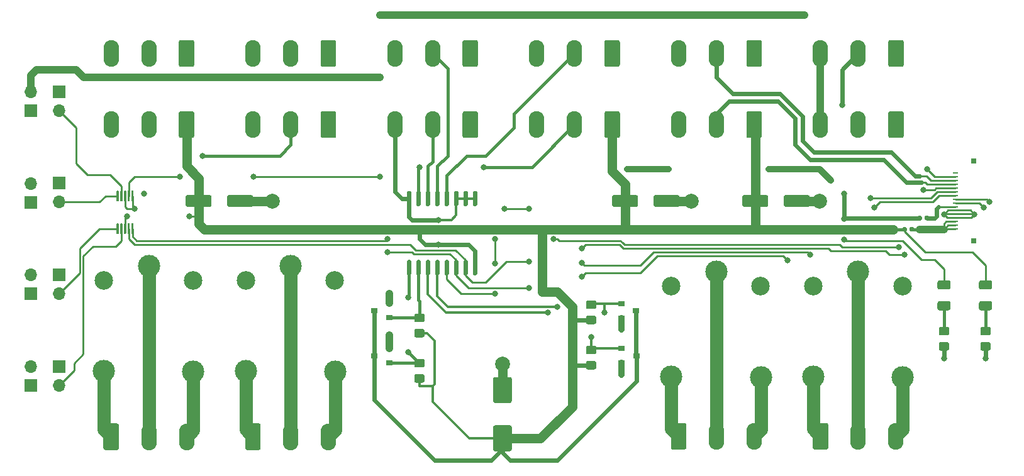
<source format=gtl>
G04 #@! TF.GenerationSoftware,KiCad,Pcbnew,(5.1.6)-1*
G04 #@! TF.CreationDate,2020-09-21T23:14:33+02:00*
G04 #@! TF.ProjectId,Brewnode_PCB,42726577-6e6f-4646-955f-5043422e6b69,1.0*
G04 #@! TF.SameCoordinates,Original*
G04 #@! TF.FileFunction,Copper,L1,Top*
G04 #@! TF.FilePolarity,Positive*
%FSLAX46Y46*%
G04 Gerber Fmt 4.6, Leading zero omitted, Abs format (unit mm)*
G04 Created by KiCad (PCBNEW (5.1.6)-1) date 2020-09-21 23:14:33*
%MOMM*%
%LPD*%
G01*
G04 APERTURE LIST*
G04 #@! TA.AperFunction,ComponentPad*
%ADD10O,2.080000X3.600000*%
G04 #@! TD*
G04 #@! TA.AperFunction,SMDPad,CuDef*
%ADD11R,0.900000X0.800000*%
G04 #@! TD*
G04 #@! TA.AperFunction,ComponentPad*
%ADD12C,3.000000*%
G04 #@! TD*
G04 #@! TA.AperFunction,ComponentPad*
%ADD13C,2.500000*%
G04 #@! TD*
G04 #@! TA.AperFunction,ComponentPad*
%ADD14O,1.700000X1.700000*%
G04 #@! TD*
G04 #@! TA.AperFunction,ComponentPad*
%ADD15R,1.700000X1.700000*%
G04 #@! TD*
G04 #@! TA.AperFunction,SMDPad,CuDef*
%ADD16R,0.800000X0.800000*%
G04 #@! TD*
G04 #@! TA.AperFunction,SMDPad,CuDef*
%ADD17R,0.800000X0.250000*%
G04 #@! TD*
G04 #@! TA.AperFunction,ViaPad*
%ADD18C,0.800000*%
G04 #@! TD*
G04 #@! TA.AperFunction,ViaPad*
%ADD19C,2.000000*%
G04 #@! TD*
G04 #@! TA.AperFunction,Conductor*
%ADD20C,0.254000*%
G04 #@! TD*
G04 #@! TA.AperFunction,Conductor*
%ADD21C,0.609600*%
G04 #@! TD*
G04 #@! TA.AperFunction,Conductor*
%ADD22C,0.304800*%
G04 #@! TD*
G04 #@! TA.AperFunction,Conductor*
%ADD23C,1.016000*%
G04 #@! TD*
G04 #@! TA.AperFunction,Conductor*
%ADD24C,1.270000*%
G04 #@! TD*
G04 #@! TA.AperFunction,Conductor*
%ADD25C,0.406400*%
G04 #@! TD*
G04 #@! TA.AperFunction,Conductor*
%ADD26C,0.812800*%
G04 #@! TD*
G04 #@! TA.AperFunction,Conductor*
%ADD27C,1.778000*%
G04 #@! TD*
G04 APERTURE END LIST*
D10*
X186295000Y-137987200D03*
X181215000Y-137987200D03*
G04 #@! TA.AperFunction,ComponentPad*
G36*
G01*
X175095000Y-139537201D02*
X175095000Y-136437199D01*
G75*
G02*
X175344999Y-136187200I249999J0D01*
G01*
X176925001Y-136187200D01*
G75*
G02*
X177175000Y-136437199I0J-249999D01*
G01*
X177175000Y-139537201D01*
G75*
G02*
X176925001Y-139787200I-249999J0D01*
G01*
X175344999Y-139787200D01*
G75*
G02*
X175095000Y-139537201I0J249999D01*
G01*
G37*
G04 #@! TD.AperFunction*
X167192840Y-137987200D03*
X162112840Y-137987200D03*
G04 #@! TA.AperFunction,ComponentPad*
G36*
G01*
X155992840Y-139537201D02*
X155992840Y-136437199D01*
G75*
G02*
X156242839Y-136187200I249999J0D01*
G01*
X157822841Y-136187200D01*
G75*
G02*
X158072840Y-136437199I0J-249999D01*
G01*
X158072840Y-139537201D01*
G75*
G02*
X157822841Y-139787200I-249999J0D01*
G01*
X156242839Y-139787200D01*
G75*
G02*
X155992840Y-139537201I0J249999D01*
G01*
G37*
G04 #@! TD.AperFunction*
G04 #@! TA.AperFunction,SMDPad,CuDef*
G36*
G01*
X83451000Y-109311000D02*
X83601000Y-109311000D01*
G75*
G02*
X83676000Y-109386000I0J-75000D01*
G01*
X83676000Y-110686000D01*
G75*
G02*
X83601000Y-110761000I-75000J0D01*
G01*
X83451000Y-110761000D01*
G75*
G02*
X83376000Y-110686000I0J75000D01*
G01*
X83376000Y-109386000D01*
G75*
G02*
X83451000Y-109311000I75000J0D01*
G01*
G37*
G04 #@! TD.AperFunction*
G04 #@! TA.AperFunction,SMDPad,CuDef*
G36*
G01*
X82951000Y-109311000D02*
X83101000Y-109311000D01*
G75*
G02*
X83176000Y-109386000I0J-75000D01*
G01*
X83176000Y-110686000D01*
G75*
G02*
X83101000Y-110761000I-75000J0D01*
G01*
X82951000Y-110761000D01*
G75*
G02*
X82876000Y-110686000I0J75000D01*
G01*
X82876000Y-109386000D01*
G75*
G02*
X82951000Y-109311000I75000J0D01*
G01*
G37*
G04 #@! TD.AperFunction*
G04 #@! TA.AperFunction,SMDPad,CuDef*
G36*
G01*
X82451000Y-109311000D02*
X82601000Y-109311000D01*
G75*
G02*
X82676000Y-109386000I0J-75000D01*
G01*
X82676000Y-110686000D01*
G75*
G02*
X82601000Y-110761000I-75000J0D01*
G01*
X82451000Y-110761000D01*
G75*
G02*
X82376000Y-110686000I0J75000D01*
G01*
X82376000Y-109386000D01*
G75*
G02*
X82451000Y-109311000I75000J0D01*
G01*
G37*
G04 #@! TD.AperFunction*
G04 #@! TA.AperFunction,SMDPad,CuDef*
G36*
G01*
X81951000Y-109311000D02*
X82101000Y-109311000D01*
G75*
G02*
X82176000Y-109386000I0J-75000D01*
G01*
X82176000Y-110686000D01*
G75*
G02*
X82101000Y-110761000I-75000J0D01*
G01*
X81951000Y-110761000D01*
G75*
G02*
X81876000Y-110686000I0J75000D01*
G01*
X81876000Y-109386000D01*
G75*
G02*
X81951000Y-109311000I75000J0D01*
G01*
G37*
G04 #@! TD.AperFunction*
G04 #@! TA.AperFunction,SMDPad,CuDef*
G36*
G01*
X81451000Y-109311000D02*
X81601000Y-109311000D01*
G75*
G02*
X81676000Y-109386000I0J-75000D01*
G01*
X81676000Y-110686000D01*
G75*
G02*
X81601000Y-110761000I-75000J0D01*
G01*
X81451000Y-110761000D01*
G75*
G02*
X81376000Y-110686000I0J75000D01*
G01*
X81376000Y-109386000D01*
G75*
G02*
X81451000Y-109311000I75000J0D01*
G01*
G37*
G04 #@! TD.AperFunction*
G04 #@! TA.AperFunction,SMDPad,CuDef*
G36*
G01*
X81451000Y-104911000D02*
X81601000Y-104911000D01*
G75*
G02*
X81676000Y-104986000I0J-75000D01*
G01*
X81676000Y-106286000D01*
G75*
G02*
X81601000Y-106361000I-75000J0D01*
G01*
X81451000Y-106361000D01*
G75*
G02*
X81376000Y-106286000I0J75000D01*
G01*
X81376000Y-104986000D01*
G75*
G02*
X81451000Y-104911000I75000J0D01*
G01*
G37*
G04 #@! TD.AperFunction*
G04 #@! TA.AperFunction,SMDPad,CuDef*
G36*
G01*
X81951000Y-104911000D02*
X82101000Y-104911000D01*
G75*
G02*
X82176000Y-104986000I0J-75000D01*
G01*
X82176000Y-106286000D01*
G75*
G02*
X82101000Y-106361000I-75000J0D01*
G01*
X81951000Y-106361000D01*
G75*
G02*
X81876000Y-106286000I0J75000D01*
G01*
X81876000Y-104986000D01*
G75*
G02*
X81951000Y-104911000I75000J0D01*
G01*
G37*
G04 #@! TD.AperFunction*
G04 #@! TA.AperFunction,SMDPad,CuDef*
G36*
G01*
X82451000Y-104911000D02*
X82601000Y-104911000D01*
G75*
G02*
X82676000Y-104986000I0J-75000D01*
G01*
X82676000Y-106286000D01*
G75*
G02*
X82601000Y-106361000I-75000J0D01*
G01*
X82451000Y-106361000D01*
G75*
G02*
X82376000Y-106286000I0J75000D01*
G01*
X82376000Y-104986000D01*
G75*
G02*
X82451000Y-104911000I75000J0D01*
G01*
G37*
G04 #@! TD.AperFunction*
G04 #@! TA.AperFunction,SMDPad,CuDef*
G36*
G01*
X82951000Y-104911000D02*
X83101000Y-104911000D01*
G75*
G02*
X83176000Y-104986000I0J-75000D01*
G01*
X83176000Y-106286000D01*
G75*
G02*
X83101000Y-106361000I-75000J0D01*
G01*
X82951000Y-106361000D01*
G75*
G02*
X82876000Y-106286000I0J75000D01*
G01*
X82876000Y-104986000D01*
G75*
G02*
X82951000Y-104911000I75000J0D01*
G01*
G37*
G04 #@! TD.AperFunction*
G04 #@! TA.AperFunction,SMDPad,CuDef*
G36*
G01*
X83451000Y-104911000D02*
X83601000Y-104911000D01*
G75*
G02*
X83676000Y-104986000I0J-75000D01*
G01*
X83676000Y-106286000D01*
G75*
G02*
X83601000Y-106361000I-75000J0D01*
G01*
X83451000Y-106361000D01*
G75*
G02*
X83376000Y-106286000I0J75000D01*
G01*
X83376000Y-104986000D01*
G75*
G02*
X83451000Y-104911000I75000J0D01*
G01*
G37*
G04 #@! TD.AperFunction*
G04 #@! TA.AperFunction,SMDPad,CuDef*
G36*
G01*
X129493000Y-114255000D02*
X129793000Y-114255000D01*
G75*
G02*
X129943000Y-114405000I0J-150000D01*
G01*
X129943000Y-116155000D01*
G75*
G02*
X129793000Y-116305000I-150000J0D01*
G01*
X129493000Y-116305000D01*
G75*
G02*
X129343000Y-116155000I0J150000D01*
G01*
X129343000Y-114405000D01*
G75*
G02*
X129493000Y-114255000I150000J0D01*
G01*
G37*
G04 #@! TD.AperFunction*
G04 #@! TA.AperFunction,SMDPad,CuDef*
G36*
G01*
X128223000Y-114255000D02*
X128523000Y-114255000D01*
G75*
G02*
X128673000Y-114405000I0J-150000D01*
G01*
X128673000Y-116155000D01*
G75*
G02*
X128523000Y-116305000I-150000J0D01*
G01*
X128223000Y-116305000D01*
G75*
G02*
X128073000Y-116155000I0J150000D01*
G01*
X128073000Y-114405000D01*
G75*
G02*
X128223000Y-114255000I150000J0D01*
G01*
G37*
G04 #@! TD.AperFunction*
G04 #@! TA.AperFunction,SMDPad,CuDef*
G36*
G01*
X126953000Y-114255000D02*
X127253000Y-114255000D01*
G75*
G02*
X127403000Y-114405000I0J-150000D01*
G01*
X127403000Y-116155000D01*
G75*
G02*
X127253000Y-116305000I-150000J0D01*
G01*
X126953000Y-116305000D01*
G75*
G02*
X126803000Y-116155000I0J150000D01*
G01*
X126803000Y-114405000D01*
G75*
G02*
X126953000Y-114255000I150000J0D01*
G01*
G37*
G04 #@! TD.AperFunction*
G04 #@! TA.AperFunction,SMDPad,CuDef*
G36*
G01*
X125683000Y-114255000D02*
X125983000Y-114255000D01*
G75*
G02*
X126133000Y-114405000I0J-150000D01*
G01*
X126133000Y-116155000D01*
G75*
G02*
X125983000Y-116305000I-150000J0D01*
G01*
X125683000Y-116305000D01*
G75*
G02*
X125533000Y-116155000I0J150000D01*
G01*
X125533000Y-114405000D01*
G75*
G02*
X125683000Y-114255000I150000J0D01*
G01*
G37*
G04 #@! TD.AperFunction*
G04 #@! TA.AperFunction,SMDPad,CuDef*
G36*
G01*
X124413000Y-114255000D02*
X124713000Y-114255000D01*
G75*
G02*
X124863000Y-114405000I0J-150000D01*
G01*
X124863000Y-116155000D01*
G75*
G02*
X124713000Y-116305000I-150000J0D01*
G01*
X124413000Y-116305000D01*
G75*
G02*
X124263000Y-116155000I0J150000D01*
G01*
X124263000Y-114405000D01*
G75*
G02*
X124413000Y-114255000I150000J0D01*
G01*
G37*
G04 #@! TD.AperFunction*
G04 #@! TA.AperFunction,SMDPad,CuDef*
G36*
G01*
X123143000Y-114255000D02*
X123443000Y-114255000D01*
G75*
G02*
X123593000Y-114405000I0J-150000D01*
G01*
X123593000Y-116155000D01*
G75*
G02*
X123443000Y-116305000I-150000J0D01*
G01*
X123143000Y-116305000D01*
G75*
G02*
X122993000Y-116155000I0J150000D01*
G01*
X122993000Y-114405000D01*
G75*
G02*
X123143000Y-114255000I150000J0D01*
G01*
G37*
G04 #@! TD.AperFunction*
G04 #@! TA.AperFunction,SMDPad,CuDef*
G36*
G01*
X121873000Y-114255000D02*
X122173000Y-114255000D01*
G75*
G02*
X122323000Y-114405000I0J-150000D01*
G01*
X122323000Y-116155000D01*
G75*
G02*
X122173000Y-116305000I-150000J0D01*
G01*
X121873000Y-116305000D01*
G75*
G02*
X121723000Y-116155000I0J150000D01*
G01*
X121723000Y-114405000D01*
G75*
G02*
X121873000Y-114255000I150000J0D01*
G01*
G37*
G04 #@! TD.AperFunction*
G04 #@! TA.AperFunction,SMDPad,CuDef*
G36*
G01*
X120603000Y-114255000D02*
X120903000Y-114255000D01*
G75*
G02*
X121053000Y-114405000I0J-150000D01*
G01*
X121053000Y-116155000D01*
G75*
G02*
X120903000Y-116305000I-150000J0D01*
G01*
X120603000Y-116305000D01*
G75*
G02*
X120453000Y-116155000I0J150000D01*
G01*
X120453000Y-114405000D01*
G75*
G02*
X120603000Y-114255000I150000J0D01*
G01*
G37*
G04 #@! TD.AperFunction*
G04 #@! TA.AperFunction,SMDPad,CuDef*
G36*
G01*
X120603000Y-104955000D02*
X120903000Y-104955000D01*
G75*
G02*
X121053000Y-105105000I0J-150000D01*
G01*
X121053000Y-106855000D01*
G75*
G02*
X120903000Y-107005000I-150000J0D01*
G01*
X120603000Y-107005000D01*
G75*
G02*
X120453000Y-106855000I0J150000D01*
G01*
X120453000Y-105105000D01*
G75*
G02*
X120603000Y-104955000I150000J0D01*
G01*
G37*
G04 #@! TD.AperFunction*
G04 #@! TA.AperFunction,SMDPad,CuDef*
G36*
G01*
X121873000Y-104955000D02*
X122173000Y-104955000D01*
G75*
G02*
X122323000Y-105105000I0J-150000D01*
G01*
X122323000Y-106855000D01*
G75*
G02*
X122173000Y-107005000I-150000J0D01*
G01*
X121873000Y-107005000D01*
G75*
G02*
X121723000Y-106855000I0J150000D01*
G01*
X121723000Y-105105000D01*
G75*
G02*
X121873000Y-104955000I150000J0D01*
G01*
G37*
G04 #@! TD.AperFunction*
G04 #@! TA.AperFunction,SMDPad,CuDef*
G36*
G01*
X123143000Y-104955000D02*
X123443000Y-104955000D01*
G75*
G02*
X123593000Y-105105000I0J-150000D01*
G01*
X123593000Y-106855000D01*
G75*
G02*
X123443000Y-107005000I-150000J0D01*
G01*
X123143000Y-107005000D01*
G75*
G02*
X122993000Y-106855000I0J150000D01*
G01*
X122993000Y-105105000D01*
G75*
G02*
X123143000Y-104955000I150000J0D01*
G01*
G37*
G04 #@! TD.AperFunction*
G04 #@! TA.AperFunction,SMDPad,CuDef*
G36*
G01*
X124413000Y-104955000D02*
X124713000Y-104955000D01*
G75*
G02*
X124863000Y-105105000I0J-150000D01*
G01*
X124863000Y-106855000D01*
G75*
G02*
X124713000Y-107005000I-150000J0D01*
G01*
X124413000Y-107005000D01*
G75*
G02*
X124263000Y-106855000I0J150000D01*
G01*
X124263000Y-105105000D01*
G75*
G02*
X124413000Y-104955000I150000J0D01*
G01*
G37*
G04 #@! TD.AperFunction*
G04 #@! TA.AperFunction,SMDPad,CuDef*
G36*
G01*
X125683000Y-104955000D02*
X125983000Y-104955000D01*
G75*
G02*
X126133000Y-105105000I0J-150000D01*
G01*
X126133000Y-106855000D01*
G75*
G02*
X125983000Y-107005000I-150000J0D01*
G01*
X125683000Y-107005000D01*
G75*
G02*
X125533000Y-106855000I0J150000D01*
G01*
X125533000Y-105105000D01*
G75*
G02*
X125683000Y-104955000I150000J0D01*
G01*
G37*
G04 #@! TD.AperFunction*
G04 #@! TA.AperFunction,SMDPad,CuDef*
G36*
G01*
X126953000Y-104955000D02*
X127253000Y-104955000D01*
G75*
G02*
X127403000Y-105105000I0J-150000D01*
G01*
X127403000Y-106855000D01*
G75*
G02*
X127253000Y-107005000I-150000J0D01*
G01*
X126953000Y-107005000D01*
G75*
G02*
X126803000Y-106855000I0J150000D01*
G01*
X126803000Y-105105000D01*
G75*
G02*
X126953000Y-104955000I150000J0D01*
G01*
G37*
G04 #@! TD.AperFunction*
G04 #@! TA.AperFunction,SMDPad,CuDef*
G36*
G01*
X128223000Y-104955000D02*
X128523000Y-104955000D01*
G75*
G02*
X128673000Y-105105000I0J-150000D01*
G01*
X128673000Y-106855000D01*
G75*
G02*
X128523000Y-107005000I-150000J0D01*
G01*
X128223000Y-107005000D01*
G75*
G02*
X128073000Y-106855000I0J150000D01*
G01*
X128073000Y-105105000D01*
G75*
G02*
X128223000Y-104955000I150000J0D01*
G01*
G37*
G04 #@! TD.AperFunction*
G04 #@! TA.AperFunction,SMDPad,CuDef*
G36*
G01*
X129493000Y-104955000D02*
X129793000Y-104955000D01*
G75*
G02*
X129943000Y-105105000I0J-150000D01*
G01*
X129943000Y-106855000D01*
G75*
G02*
X129793000Y-107005000I-150000J0D01*
G01*
X129493000Y-107005000D01*
G75*
G02*
X129343000Y-106855000I0J150000D01*
G01*
X129343000Y-105105000D01*
G75*
G02*
X129493000Y-104955000I150000J0D01*
G01*
G37*
G04 #@! TD.AperFunction*
G04 #@! TA.AperFunction,SMDPad,CuDef*
G36*
G01*
X145714001Y-126944000D02*
X144813999Y-126944000D01*
G75*
G02*
X144564000Y-126694001I0J249999D01*
G01*
X144564000Y-126043999D01*
G75*
G02*
X144813999Y-125794000I249999J0D01*
G01*
X145714001Y-125794000D01*
G75*
G02*
X145964000Y-126043999I0J-249999D01*
G01*
X145964000Y-126694001D01*
G75*
G02*
X145714001Y-126944000I-249999J0D01*
G01*
G37*
G04 #@! TD.AperFunction*
G04 #@! TA.AperFunction,SMDPad,CuDef*
G36*
G01*
X145714001Y-128994000D02*
X144813999Y-128994000D01*
G75*
G02*
X144564000Y-128744001I0J249999D01*
G01*
X144564000Y-128093999D01*
G75*
G02*
X144813999Y-127844000I249999J0D01*
G01*
X145714001Y-127844000D01*
G75*
G02*
X145964000Y-128093999I0J-249999D01*
G01*
X145964000Y-128744001D01*
G75*
G02*
X145714001Y-128994000I-249999J0D01*
G01*
G37*
G04 #@! TD.AperFunction*
G04 #@! TA.AperFunction,SMDPad,CuDef*
G36*
G01*
X145714001Y-120848000D02*
X144813999Y-120848000D01*
G75*
G02*
X144564000Y-120598001I0J249999D01*
G01*
X144564000Y-119947999D01*
G75*
G02*
X144813999Y-119698000I249999J0D01*
G01*
X145714001Y-119698000D01*
G75*
G02*
X145964000Y-119947999I0J-249999D01*
G01*
X145964000Y-120598001D01*
G75*
G02*
X145714001Y-120848000I-249999J0D01*
G01*
G37*
G04 #@! TD.AperFunction*
G04 #@! TA.AperFunction,SMDPad,CuDef*
G36*
G01*
X145714001Y-122898000D02*
X144813999Y-122898000D01*
G75*
G02*
X144564000Y-122648001I0J249999D01*
G01*
X144564000Y-121997999D01*
G75*
G02*
X144813999Y-121748000I249999J0D01*
G01*
X145714001Y-121748000D01*
G75*
G02*
X145964000Y-121997999I0J-249999D01*
G01*
X145964000Y-122648001D01*
G75*
G02*
X145714001Y-122898000I-249999J0D01*
G01*
G37*
G04 #@! TD.AperFunction*
G04 #@! TA.AperFunction,SMDPad,CuDef*
G36*
G01*
X122600001Y-122626000D02*
X121699999Y-122626000D01*
G75*
G02*
X121450000Y-122376001I0J249999D01*
G01*
X121450000Y-121725999D01*
G75*
G02*
X121699999Y-121476000I249999J0D01*
G01*
X122600001Y-121476000D01*
G75*
G02*
X122850000Y-121725999I0J-249999D01*
G01*
X122850000Y-122376001D01*
G75*
G02*
X122600001Y-122626000I-249999J0D01*
G01*
G37*
G04 #@! TD.AperFunction*
G04 #@! TA.AperFunction,SMDPad,CuDef*
G36*
G01*
X122600001Y-124676000D02*
X121699999Y-124676000D01*
G75*
G02*
X121450000Y-124426001I0J249999D01*
G01*
X121450000Y-123775999D01*
G75*
G02*
X121699999Y-123526000I249999J0D01*
G01*
X122600001Y-123526000D01*
G75*
G02*
X122850000Y-123775999I0J-249999D01*
G01*
X122850000Y-124426001D01*
G75*
G02*
X122600001Y-124676000I-249999J0D01*
G01*
G37*
G04 #@! TD.AperFunction*
G04 #@! TA.AperFunction,SMDPad,CuDef*
G36*
G01*
X122600001Y-128722000D02*
X121699999Y-128722000D01*
G75*
G02*
X121450000Y-128472001I0J249999D01*
G01*
X121450000Y-127821999D01*
G75*
G02*
X121699999Y-127572000I249999J0D01*
G01*
X122600001Y-127572000D01*
G75*
G02*
X122850000Y-127821999I0J-249999D01*
G01*
X122850000Y-128472001D01*
G75*
G02*
X122600001Y-128722000I-249999J0D01*
G01*
G37*
G04 #@! TD.AperFunction*
G04 #@! TA.AperFunction,SMDPad,CuDef*
G36*
G01*
X122600001Y-130772000D02*
X121699999Y-130772000D01*
G75*
G02*
X121450000Y-130522001I0J249999D01*
G01*
X121450000Y-129871999D01*
G75*
G02*
X121699999Y-129622000I249999J0D01*
G01*
X122600001Y-129622000D01*
G75*
G02*
X122850000Y-129871999I0J-249999D01*
G01*
X122850000Y-130522001D01*
G75*
G02*
X122600001Y-130772000I-249999J0D01*
G01*
G37*
G04 #@! TD.AperFunction*
G04 #@! TA.AperFunction,SMDPad,CuDef*
G36*
G01*
X192311999Y-125304000D02*
X193212001Y-125304000D01*
G75*
G02*
X193462000Y-125553999I0J-249999D01*
G01*
X193462000Y-126204001D01*
G75*
G02*
X193212001Y-126454000I-249999J0D01*
G01*
X192311999Y-126454000D01*
G75*
G02*
X192062000Y-126204001I0J249999D01*
G01*
X192062000Y-125553999D01*
G75*
G02*
X192311999Y-125304000I249999J0D01*
G01*
G37*
G04 #@! TD.AperFunction*
G04 #@! TA.AperFunction,SMDPad,CuDef*
G36*
G01*
X192311999Y-123254000D02*
X193212001Y-123254000D01*
G75*
G02*
X193462000Y-123503999I0J-249999D01*
G01*
X193462000Y-124154001D01*
G75*
G02*
X193212001Y-124404000I-249999J0D01*
G01*
X192311999Y-124404000D01*
G75*
G02*
X192062000Y-124154001I0J249999D01*
G01*
X192062000Y-123503999D01*
G75*
G02*
X192311999Y-123254000I249999J0D01*
G01*
G37*
G04 #@! TD.AperFunction*
G04 #@! TA.AperFunction,SMDPad,CuDef*
G36*
G01*
X197899999Y-125304000D02*
X198800001Y-125304000D01*
G75*
G02*
X199050000Y-125553999I0J-249999D01*
G01*
X199050000Y-126204001D01*
G75*
G02*
X198800001Y-126454000I-249999J0D01*
G01*
X197899999Y-126454000D01*
G75*
G02*
X197650000Y-126204001I0J249999D01*
G01*
X197650000Y-125553999D01*
G75*
G02*
X197899999Y-125304000I249999J0D01*
G01*
G37*
G04 #@! TD.AperFunction*
G04 #@! TA.AperFunction,SMDPad,CuDef*
G36*
G01*
X197899999Y-123254000D02*
X198800001Y-123254000D01*
G75*
G02*
X199050000Y-123503999I0J-249999D01*
G01*
X199050000Y-124154001D01*
G75*
G02*
X198800001Y-124404000I-249999J0D01*
G01*
X197899999Y-124404000D01*
G75*
G02*
X197650000Y-124154001I0J249999D01*
G01*
X197650000Y-123503999D01*
G75*
G02*
X197899999Y-123254000I249999J0D01*
G01*
G37*
G04 #@! TD.AperFunction*
D11*
X151344000Y-127140000D03*
X149344000Y-128090000D03*
X149344000Y-126190000D03*
X151328000Y-121110000D03*
X149328000Y-122060000D03*
X149328000Y-120160000D03*
X116070000Y-121044000D03*
X118070000Y-120094000D03*
X118070000Y-121994000D03*
X116070000Y-127140000D03*
X118070000Y-126190000D03*
X118070000Y-128090000D03*
D12*
X181215000Y-115837000D03*
D13*
X187165000Y-117787000D03*
D12*
X187215000Y-130037000D03*
X175165000Y-129987000D03*
D13*
X175165000Y-117787000D03*
D12*
X162112840Y-115837000D03*
D13*
X168062840Y-117787000D03*
D12*
X168112840Y-130037000D03*
X156062840Y-129987000D03*
D13*
X156062840Y-117787000D03*
D12*
X104818360Y-115075000D03*
D13*
X110768360Y-117025000D03*
D12*
X110818360Y-129275000D03*
X98768360Y-129225000D03*
D13*
X98768360Y-117025000D03*
D12*
X85720200Y-115075000D03*
D13*
X91670200Y-117025000D03*
D12*
X91720200Y-129275000D03*
X79670200Y-129225000D03*
D13*
X79670200Y-117025000D03*
D14*
X69826000Y-128631666D03*
D15*
X69826000Y-131171666D03*
D14*
X73636000Y-131161666D03*
D15*
X73636000Y-128621666D03*
D14*
X69826000Y-116284444D03*
D15*
X69826000Y-118824444D03*
D14*
X73636000Y-118814444D03*
D15*
X73636000Y-116274444D03*
D14*
X69826000Y-103937222D03*
D15*
X69826000Y-106477222D03*
D14*
X73636000Y-106467222D03*
D15*
X73636000Y-103927222D03*
D14*
X69826000Y-91580000D03*
D15*
X69826000Y-94120000D03*
D14*
X73636000Y-94120000D03*
D15*
X73636000Y-91580000D03*
D16*
X196786000Y-100962000D03*
X196786000Y-111662000D03*
D17*
X194286000Y-102562000D03*
X194286000Y-103062000D03*
X194286000Y-103562000D03*
X194286000Y-104062000D03*
X194286000Y-104562000D03*
X194286000Y-105062000D03*
X194286000Y-105562000D03*
X194286000Y-106062000D03*
X194286000Y-106562000D03*
X194286000Y-107062000D03*
X194286000Y-107562000D03*
X194286000Y-108062000D03*
X194286000Y-108562000D03*
X194286000Y-109062000D03*
X194286000Y-109562000D03*
X194286000Y-110062000D03*
D10*
X176135000Y-96025000D03*
X181215000Y-96025000D03*
G04 #@! TA.AperFunction,ComponentPad*
G36*
G01*
X187335000Y-94474999D02*
X187335000Y-97575001D01*
G75*
G02*
X187085001Y-97825000I-249999J0D01*
G01*
X185504999Y-97825000D01*
G75*
G02*
X185255000Y-97575001I0J249999D01*
G01*
X185255000Y-94474999D01*
G75*
G02*
X185504999Y-94225000I249999J0D01*
G01*
X187085001Y-94225000D01*
G75*
G02*
X187335000Y-94474999I0J-249999D01*
G01*
G37*
G04 #@! TD.AperFunction*
X157032840Y-96025000D03*
X162112840Y-96025000D03*
G04 #@! TA.AperFunction,ComponentPad*
G36*
G01*
X168232840Y-94474999D02*
X168232840Y-97575001D01*
G75*
G02*
X167982841Y-97825000I-249999J0D01*
G01*
X166402839Y-97825000D01*
G75*
G02*
X166152840Y-97575001I0J249999D01*
G01*
X166152840Y-94474999D01*
G75*
G02*
X166402839Y-94225000I249999J0D01*
G01*
X167982841Y-94225000D01*
G75*
G02*
X168232840Y-94474999I0J-249999D01*
G01*
G37*
G04 #@! TD.AperFunction*
X157032840Y-86445200D03*
X162112840Y-86445200D03*
G04 #@! TA.AperFunction,ComponentPad*
G36*
G01*
X168232840Y-84895199D02*
X168232840Y-87995201D01*
G75*
G02*
X167982841Y-88245200I-249999J0D01*
G01*
X166402839Y-88245200D01*
G75*
G02*
X166152840Y-87995201I0J249999D01*
G01*
X166152840Y-84895199D01*
G75*
G02*
X166402839Y-84645200I249999J0D01*
G01*
X167982841Y-84645200D01*
G75*
G02*
X168232840Y-84895199I0J-249999D01*
G01*
G37*
G04 #@! TD.AperFunction*
X176131000Y-86445200D03*
X181211000Y-86445200D03*
G04 #@! TA.AperFunction,ComponentPad*
G36*
G01*
X187331000Y-84895199D02*
X187331000Y-87995201D01*
G75*
G02*
X187081001Y-88245200I-249999J0D01*
G01*
X185500999Y-88245200D01*
G75*
G02*
X185251000Y-87995201I0J249999D01*
G01*
X185251000Y-84895199D01*
G75*
G02*
X185500999Y-84645200I249999J0D01*
G01*
X187081001Y-84645200D01*
G75*
G02*
X187331000Y-84895199I0J-249999D01*
G01*
G37*
G04 #@! TD.AperFunction*
X99738360Y-96025000D03*
X104818360Y-96025000D03*
G04 #@! TA.AperFunction,ComponentPad*
G36*
G01*
X110938360Y-94474999D02*
X110938360Y-97575001D01*
G75*
G02*
X110688361Y-97825000I-249999J0D01*
G01*
X109108359Y-97825000D01*
G75*
G02*
X108858360Y-97575001I0J249999D01*
G01*
X108858360Y-94474999D01*
G75*
G02*
X109108359Y-94225000I249999J0D01*
G01*
X110688361Y-94225000D01*
G75*
G02*
X110938360Y-94474999I0J-249999D01*
G01*
G37*
G04 #@! TD.AperFunction*
X80640200Y-96025000D03*
X85720200Y-96025000D03*
G04 #@! TA.AperFunction,ComponentPad*
G36*
G01*
X91840200Y-94474999D02*
X91840200Y-97575001D01*
G75*
G02*
X91590201Y-97825000I-249999J0D01*
G01*
X90010199Y-97825000D01*
G75*
G02*
X89760200Y-97575001I0J249999D01*
G01*
X89760200Y-94474999D01*
G75*
G02*
X90010199Y-94225000I249999J0D01*
G01*
X91590201Y-94225000D01*
G75*
G02*
X91840200Y-94474999I0J-249999D01*
G01*
G37*
G04 #@! TD.AperFunction*
X80640200Y-86445200D03*
X85720200Y-86445200D03*
G04 #@! TA.AperFunction,ComponentPad*
G36*
G01*
X91840200Y-84895199D02*
X91840200Y-87995201D01*
G75*
G02*
X91590201Y-88245200I-249999J0D01*
G01*
X90010199Y-88245200D01*
G75*
G02*
X89760200Y-87995201I0J249999D01*
G01*
X89760200Y-84895199D01*
G75*
G02*
X90010199Y-84645200I249999J0D01*
G01*
X91590201Y-84645200D01*
G75*
G02*
X91840200Y-84895199I0J-249999D01*
G01*
G37*
G04 #@! TD.AperFunction*
X99738360Y-86445200D03*
X104818360Y-86445200D03*
G04 #@! TA.AperFunction,ComponentPad*
G36*
G01*
X110938360Y-84895199D02*
X110938360Y-87995201D01*
G75*
G02*
X110688361Y-88245200I-249999J0D01*
G01*
X109108359Y-88245200D01*
G75*
G02*
X108858360Y-87995201I0J249999D01*
G01*
X108858360Y-84895199D01*
G75*
G02*
X109108359Y-84645200I249999J0D01*
G01*
X110688361Y-84645200D01*
G75*
G02*
X110938360Y-84895199I0J-249999D01*
G01*
G37*
G04 #@! TD.AperFunction*
X109898360Y-138049200D03*
X104818360Y-138049200D03*
G04 #@! TA.AperFunction,ComponentPad*
G36*
G01*
X98698360Y-139599201D02*
X98698360Y-136499199D01*
G75*
G02*
X98948359Y-136249200I249999J0D01*
G01*
X100528361Y-136249200D01*
G75*
G02*
X100778360Y-136499199I0J-249999D01*
G01*
X100778360Y-139599201D01*
G75*
G02*
X100528361Y-139849200I-249999J0D01*
G01*
X98948359Y-139849200D01*
G75*
G02*
X98698360Y-139599201I0J249999D01*
G01*
G37*
G04 #@! TD.AperFunction*
X90800200Y-138049200D03*
X85720200Y-138049200D03*
G04 #@! TA.AperFunction,ComponentPad*
G36*
G01*
X79600200Y-139599201D02*
X79600200Y-136499199D01*
G75*
G02*
X79850199Y-136249200I249999J0D01*
G01*
X81430201Y-136249200D01*
G75*
G02*
X81680200Y-136499199I0J-249999D01*
G01*
X81680200Y-139599201D01*
G75*
G02*
X81430201Y-139849200I-249999J0D01*
G01*
X79850199Y-139849200D01*
G75*
G02*
X79600200Y-139599201I0J249999D01*
G01*
G37*
G04 #@! TD.AperFunction*
G04 #@! TA.AperFunction,ComponentPad*
G36*
G01*
X149134680Y-94474999D02*
X149134680Y-97575001D01*
G75*
G02*
X148884681Y-97825000I-249999J0D01*
G01*
X147304679Y-97825000D01*
G75*
G02*
X147054680Y-97575001I0J249999D01*
G01*
X147054680Y-94474999D01*
G75*
G02*
X147304679Y-94225000I249999J0D01*
G01*
X148884681Y-94225000D01*
G75*
G02*
X149134680Y-94474999I0J-249999D01*
G01*
G37*
G04 #@! TD.AperFunction*
X143014680Y-96025000D03*
X137934680Y-96025000D03*
X118836520Y-96025000D03*
X123916520Y-96025000D03*
G04 #@! TA.AperFunction,ComponentPad*
G36*
G01*
X130036520Y-94474999D02*
X130036520Y-97575001D01*
G75*
G02*
X129786521Y-97825000I-249999J0D01*
G01*
X128206519Y-97825000D01*
G75*
G02*
X127956520Y-97575001I0J249999D01*
G01*
X127956520Y-94474999D01*
G75*
G02*
X128206519Y-94225000I249999J0D01*
G01*
X129786521Y-94225000D01*
G75*
G02*
X130036520Y-94474999I0J-249999D01*
G01*
G37*
G04 #@! TD.AperFunction*
G04 #@! TA.AperFunction,ComponentPad*
G36*
G01*
X130036520Y-84895199D02*
X130036520Y-87995201D01*
G75*
G02*
X129786521Y-88245200I-249999J0D01*
G01*
X128206519Y-88245200D01*
G75*
G02*
X127956520Y-87995201I0J249999D01*
G01*
X127956520Y-84895199D01*
G75*
G02*
X128206519Y-84645200I249999J0D01*
G01*
X129786521Y-84645200D01*
G75*
G02*
X130036520Y-84895199I0J-249999D01*
G01*
G37*
G04 #@! TD.AperFunction*
X123916520Y-86445200D03*
X118836520Y-86445200D03*
X137934680Y-86445200D03*
X143014680Y-86445200D03*
G04 #@! TA.AperFunction,ComponentPad*
G36*
G01*
X149134680Y-84895199D02*
X149134680Y-87995201D01*
G75*
G02*
X148884681Y-88245200I-249999J0D01*
G01*
X147304679Y-88245200D01*
G75*
G02*
X147054680Y-87995201I0J249999D01*
G01*
X147054680Y-84895199D01*
G75*
G02*
X147304679Y-84645200I249999J0D01*
G01*
X148884681Y-84645200D01*
G75*
G02*
X149134680Y-84895199I0J-249999D01*
G01*
G37*
G04 #@! TD.AperFunction*
G04 #@! TA.AperFunction,SMDPad,CuDef*
G36*
G01*
X190158000Y-108770500D02*
X190158000Y-108425500D01*
G75*
G02*
X190305500Y-108278000I147500J0D01*
G01*
X190600500Y-108278000D01*
G75*
G02*
X190748000Y-108425500I0J-147500D01*
G01*
X190748000Y-108770500D01*
G75*
G02*
X190600500Y-108918000I-147500J0D01*
G01*
X190305500Y-108918000D01*
G75*
G02*
X190158000Y-108770500I0J147500D01*
G01*
G37*
G04 #@! TD.AperFunction*
G04 #@! TA.AperFunction,SMDPad,CuDef*
G36*
G01*
X189188000Y-108770500D02*
X189188000Y-108425500D01*
G75*
G02*
X189335500Y-108278000I147500J0D01*
G01*
X189630500Y-108278000D01*
G75*
G02*
X189778000Y-108425500I0J-147500D01*
G01*
X189778000Y-108770500D01*
G75*
G02*
X189630500Y-108918000I-147500J0D01*
G01*
X189335500Y-108918000D01*
G75*
G02*
X189188000Y-108770500I0J147500D01*
G01*
G37*
G04 #@! TD.AperFunction*
G04 #@! TA.AperFunction,SMDPad,CuDef*
G36*
G01*
X188126000Y-110294500D02*
X188126000Y-109949500D01*
G75*
G02*
X188273500Y-109802000I147500J0D01*
G01*
X188568500Y-109802000D01*
G75*
G02*
X188716000Y-109949500I0J-147500D01*
G01*
X188716000Y-110294500D01*
G75*
G02*
X188568500Y-110442000I-147500J0D01*
G01*
X188273500Y-110442000D01*
G75*
G02*
X188126000Y-110294500I0J147500D01*
G01*
G37*
G04 #@! TD.AperFunction*
G04 #@! TA.AperFunction,SMDPad,CuDef*
G36*
G01*
X187156000Y-110294500D02*
X187156000Y-109949500D01*
G75*
G02*
X187303500Y-109802000I147500J0D01*
G01*
X187598500Y-109802000D01*
G75*
G02*
X187746000Y-109949500I0J-147500D01*
G01*
X187746000Y-110294500D01*
G75*
G02*
X187598500Y-110442000I-147500J0D01*
G01*
X187303500Y-110442000D01*
G75*
G02*
X187156000Y-110294500I0J147500D01*
G01*
G37*
G04 #@! TD.AperFunction*
G04 #@! TA.AperFunction,SMDPad,CuDef*
G36*
G01*
X193387000Y-118237000D02*
X192137000Y-118237000D01*
G75*
G02*
X191887000Y-117987000I0J250000D01*
G01*
X191887000Y-117237000D01*
G75*
G02*
X192137000Y-116987000I250000J0D01*
G01*
X193387000Y-116987000D01*
G75*
G02*
X193637000Y-117237000I0J-250000D01*
G01*
X193637000Y-117987000D01*
G75*
G02*
X193387000Y-118237000I-250000J0D01*
G01*
G37*
G04 #@! TD.AperFunction*
G04 #@! TA.AperFunction,SMDPad,CuDef*
G36*
G01*
X193387000Y-121037000D02*
X192137000Y-121037000D01*
G75*
G02*
X191887000Y-120787000I0J250000D01*
G01*
X191887000Y-120037000D01*
G75*
G02*
X192137000Y-119787000I250000J0D01*
G01*
X193387000Y-119787000D01*
G75*
G02*
X193637000Y-120037000I0J-250000D01*
G01*
X193637000Y-120787000D01*
G75*
G02*
X193387000Y-121037000I-250000J0D01*
G01*
G37*
G04 #@! TD.AperFunction*
G04 #@! TA.AperFunction,SMDPad,CuDef*
G36*
G01*
X198975000Y-118237000D02*
X197725000Y-118237000D01*
G75*
G02*
X197475000Y-117987000I0J250000D01*
G01*
X197475000Y-117237000D01*
G75*
G02*
X197725000Y-116987000I250000J0D01*
G01*
X198975000Y-116987000D01*
G75*
G02*
X199225000Y-117237000I0J-250000D01*
G01*
X199225000Y-117987000D01*
G75*
G02*
X198975000Y-118237000I-250000J0D01*
G01*
G37*
G04 #@! TD.AperFunction*
G04 #@! TA.AperFunction,SMDPad,CuDef*
G36*
G01*
X198975000Y-121037000D02*
X197725000Y-121037000D01*
G75*
G02*
X197475000Y-120787000I0J250000D01*
G01*
X197475000Y-120037000D01*
G75*
G02*
X197725000Y-119787000I250000J0D01*
G01*
X198975000Y-119787000D01*
G75*
G02*
X199225000Y-120037000I0J-250000D01*
G01*
X199225000Y-120787000D01*
G75*
G02*
X198975000Y-121037000I-250000J0D01*
G01*
G37*
G04 #@! TD.AperFunction*
G04 #@! TA.AperFunction,SMDPad,CuDef*
G36*
G01*
X171206000Y-106862000D02*
X171206000Y-105762000D01*
G75*
G02*
X171456000Y-105512000I250000J0D01*
G01*
X174456000Y-105512000D01*
G75*
G02*
X174706000Y-105762000I0J-250000D01*
G01*
X174706000Y-106862000D01*
G75*
G02*
X174456000Y-107112000I-250000J0D01*
G01*
X171456000Y-107112000D01*
G75*
G02*
X171206000Y-106862000I0J250000D01*
G01*
G37*
G04 #@! TD.AperFunction*
G04 #@! TA.AperFunction,SMDPad,CuDef*
G36*
G01*
X165606000Y-106862000D02*
X165606000Y-105762000D01*
G75*
G02*
X165856000Y-105512000I250000J0D01*
G01*
X168856000Y-105512000D01*
G75*
G02*
X169106000Y-105762000I0J-250000D01*
G01*
X169106000Y-106862000D01*
G75*
G02*
X168856000Y-107112000I-250000J0D01*
G01*
X165856000Y-107112000D01*
G75*
G02*
X165606000Y-106862000I0J250000D01*
G01*
G37*
G04 #@! TD.AperFunction*
G04 #@! TA.AperFunction,SMDPad,CuDef*
G36*
G01*
X96276000Y-106862000D02*
X96276000Y-105762000D01*
G75*
G02*
X96526000Y-105512000I250000J0D01*
G01*
X99526000Y-105512000D01*
G75*
G02*
X99776000Y-105762000I0J-250000D01*
G01*
X99776000Y-106862000D01*
G75*
G02*
X99526000Y-107112000I-250000J0D01*
G01*
X96526000Y-107112000D01*
G75*
G02*
X96276000Y-106862000I0J250000D01*
G01*
G37*
G04 #@! TD.AperFunction*
G04 #@! TA.AperFunction,SMDPad,CuDef*
G36*
G01*
X90676000Y-106862000D02*
X90676000Y-105762000D01*
G75*
G02*
X90926000Y-105512000I250000J0D01*
G01*
X93926000Y-105512000D01*
G75*
G02*
X94176000Y-105762000I0J-250000D01*
G01*
X94176000Y-106862000D01*
G75*
G02*
X93926000Y-107112000I-250000J0D01*
G01*
X90926000Y-107112000D01*
G75*
G02*
X90676000Y-106862000I0J250000D01*
G01*
G37*
G04 #@! TD.AperFunction*
G04 #@! TA.AperFunction,SMDPad,CuDef*
G36*
G01*
X134326000Y-133514000D02*
X132326000Y-133514000D01*
G75*
G02*
X132076000Y-133264000I0J250000D01*
G01*
X132076000Y-130264000D01*
G75*
G02*
X132326000Y-130014000I250000J0D01*
G01*
X134326000Y-130014000D01*
G75*
G02*
X134576000Y-130264000I0J-250000D01*
G01*
X134576000Y-133264000D01*
G75*
G02*
X134326000Y-133514000I-250000J0D01*
G01*
G37*
G04 #@! TD.AperFunction*
G04 #@! TA.AperFunction,SMDPad,CuDef*
G36*
G01*
X134326000Y-140014000D02*
X132326000Y-140014000D01*
G75*
G02*
X132076000Y-139764000I0J250000D01*
G01*
X132076000Y-136764000D01*
G75*
G02*
X132326000Y-136514000I250000J0D01*
G01*
X134326000Y-136514000D01*
G75*
G02*
X134576000Y-136764000I0J-250000D01*
G01*
X134576000Y-139764000D01*
G75*
G02*
X134326000Y-140014000I-250000J0D01*
G01*
G37*
G04 #@! TD.AperFunction*
G04 #@! TA.AperFunction,SMDPad,CuDef*
G36*
G01*
X153680000Y-106862000D02*
X153680000Y-105762000D01*
G75*
G02*
X153930000Y-105512000I250000J0D01*
G01*
X156930000Y-105512000D01*
G75*
G02*
X157180000Y-105762000I0J-250000D01*
G01*
X157180000Y-106862000D01*
G75*
G02*
X156930000Y-107112000I-250000J0D01*
G01*
X153930000Y-107112000D01*
G75*
G02*
X153680000Y-106862000I0J250000D01*
G01*
G37*
G04 #@! TD.AperFunction*
G04 #@! TA.AperFunction,SMDPad,CuDef*
G36*
G01*
X148080000Y-106862000D02*
X148080000Y-105762000D01*
G75*
G02*
X148330000Y-105512000I250000J0D01*
G01*
X151330000Y-105512000D01*
G75*
G02*
X151580000Y-105762000I0J-250000D01*
G01*
X151580000Y-106862000D01*
G75*
G02*
X151330000Y-107112000I-250000J0D01*
G01*
X148330000Y-107112000D01*
G75*
G02*
X148080000Y-106862000I0J250000D01*
G01*
G37*
G04 #@! TD.AperFunction*
D18*
X88392000Y-89662000D03*
X97536000Y-89662000D03*
X116840000Y-89662000D03*
X107188000Y-89662000D03*
X80772000Y-89662000D03*
X116840000Y-81280000D03*
X135636000Y-81280000D03*
X154940000Y-81280000D03*
X173990000Y-81280000D03*
X192762000Y-108090000D03*
X83796000Y-107328000D03*
X85066000Y-105296000D03*
X124690000Y-108852000D03*
X192762000Y-127508000D03*
X198374000Y-127508000D03*
D19*
X102362000Y-106312000D03*
X133326000Y-128270000D03*
X158750000Y-106312000D03*
X176022000Y-106312000D03*
D18*
X196850000Y-108090000D03*
X82780000Y-108344000D03*
X91162000Y-108344000D03*
X134850000Y-110122000D03*
X124690000Y-112154000D03*
X177522000Y-103518000D03*
X169140000Y-101994000D03*
X155678000Y-101994000D03*
X150090000Y-101994000D03*
X179300000Y-105296000D03*
X179324000Y-111506000D03*
X179324000Y-108712000D03*
X118086000Y-124346000D03*
X118086000Y-118758000D03*
X149328000Y-123584000D03*
X149328000Y-129680000D03*
X122150000Y-101740000D03*
X130786000Y-101740000D03*
X92940000Y-100216000D03*
X179046000Y-93358000D03*
X190476000Y-101994000D03*
X189968000Y-104788000D03*
X143994000Y-116472000D03*
X171704000Y-114300000D03*
X182880000Y-105918000D03*
X143994000Y-114617200D03*
X174752000Y-113538000D03*
X183388000Y-107188000D03*
X143994000Y-112662000D03*
X198882000Y-106426000D03*
X187452000Y-113538000D03*
X140184000Y-111392000D03*
X186690000Y-112522000D03*
X198120000Y-107188000D03*
X120626000Y-119266000D03*
X120626000Y-126632000D03*
X139422000Y-121298000D03*
X147042000Y-121298000D03*
X140692000Y-120536000D03*
X145264000Y-124600000D03*
X136882000Y-117996000D03*
X117832000Y-111392000D03*
X117832000Y-113170000D03*
X136882000Y-114440000D03*
X132310000Y-118758000D03*
X132310000Y-114694000D03*
X132310000Y-111392000D03*
X133580000Y-107328000D03*
X136882000Y-107328000D03*
X89892000Y-103010000D03*
X99798000Y-103010000D03*
X116816000Y-103010000D03*
D20*
X194286000Y-108062000D02*
X192790000Y-108062000D01*
X192790000Y-108062000D02*
X192762000Y-108090000D01*
X193234000Y-108562000D02*
X192762000Y-108090000D01*
X194286000Y-108562000D02*
X193234000Y-108562000D01*
X193290000Y-107562000D02*
X192762000Y-108090000D01*
X194286000Y-107562000D02*
X193290000Y-107562000D01*
X83526000Y-105636000D02*
X83526000Y-107058000D01*
X83526000Y-107058000D02*
X83796000Y-107328000D01*
X82526000Y-105636000D02*
X82526000Y-107074000D01*
X82780000Y-107328000D02*
X83796000Y-107328000D01*
X82526000Y-107074000D02*
X82780000Y-107328000D01*
D21*
X120753000Y-105980000D02*
X120753000Y-108471000D01*
X120753000Y-108471000D02*
X121134000Y-108852000D01*
X121134000Y-108852000D02*
X124690000Y-108852000D01*
D22*
X127103000Y-105980000D02*
X127103000Y-108217000D01*
X126468000Y-108852000D02*
X124690000Y-108852000D01*
X127103000Y-108217000D02*
X126468000Y-108852000D01*
X128373000Y-105980000D02*
X127103000Y-105980000D01*
X129643000Y-105980000D02*
X128373000Y-105980000D01*
D21*
X120753000Y-105980000D02*
X119786000Y-105980000D01*
X118836520Y-105030520D02*
X118836520Y-96025000D01*
X119786000Y-105980000D02*
X118836520Y-105030520D01*
D23*
X173990000Y-81280000D02*
X154940000Y-81280000D01*
X135636000Y-81280000D02*
X116840000Y-81280000D01*
X116840000Y-89662000D02*
X107188000Y-89662000D01*
X107188000Y-89662000D02*
X97536000Y-89662000D01*
X97536000Y-89662000D02*
X88392000Y-89662000D01*
X88392000Y-89662000D02*
X80772000Y-89662000D01*
X176135000Y-86449200D02*
X176131000Y-86445200D01*
X176135000Y-96025000D02*
X176135000Y-86449200D01*
X154940000Y-81280000D02*
X135636000Y-81280000D01*
D21*
X192762000Y-125879000D02*
X192762000Y-127508000D01*
X198350000Y-125879000D02*
X198350000Y-127484000D01*
X198350000Y-127484000D02*
X198374000Y-127508000D01*
D23*
X80772000Y-89662000D02*
X76962000Y-89662000D01*
X76962000Y-89662000D02*
X75946000Y-88646000D01*
X75946000Y-88646000D02*
X70612000Y-88646000D01*
X69826000Y-89432000D02*
X69826000Y-91580000D01*
X70612000Y-88646000D02*
X69826000Y-89432000D01*
D24*
X133326000Y-131764000D02*
X133326000Y-128270000D01*
X98026000Y-106312000D02*
X102362000Y-106312000D01*
X155430000Y-106312000D02*
X158750000Y-106312000D01*
X172956000Y-106312000D02*
X176022000Y-106312000D01*
D20*
X194286000Y-108562000D02*
X196378000Y-108562000D01*
X196822000Y-108062000D02*
X196850000Y-108090000D01*
X196378000Y-108562000D02*
X196850000Y-108090000D01*
X194286000Y-107562000D02*
X196322000Y-107562000D01*
X196322000Y-107562000D02*
X196850000Y-108090000D01*
X194286000Y-108062000D02*
X196822000Y-108062000D01*
X187451000Y-110122000D02*
X187451000Y-110399000D01*
X187451000Y-110399000D02*
X190222000Y-113170000D01*
X190222000Y-113170000D02*
X196572000Y-113170000D01*
X198350000Y-114948000D02*
X198350000Y-117612000D01*
X196572000Y-113170000D02*
X198350000Y-114948000D01*
D24*
X167192840Y-106148840D02*
X167356000Y-106312000D01*
D22*
X122150000Y-130197000D02*
X122150000Y-131204000D01*
X122150000Y-124101000D02*
X123175000Y-124101000D01*
X123175000Y-124101000D02*
X124182000Y-125108000D01*
X124182000Y-125108000D02*
X124182000Y-130950000D01*
X123928000Y-131204000D02*
X122150000Y-131204000D01*
X124182000Y-130950000D02*
X123928000Y-131204000D01*
D24*
X133326000Y-138264000D02*
X138458000Y-138264000D01*
X138458000Y-138264000D02*
X142724000Y-133998000D01*
D21*
X145264000Y-128419000D02*
X142969000Y-128419000D01*
X142969000Y-128419000D02*
X142724000Y-128664000D01*
D24*
X142724000Y-133998000D02*
X142724000Y-128664000D01*
D21*
X145264000Y-122323000D02*
X142733000Y-122323000D01*
D24*
X142724000Y-128664000D02*
X142724000Y-122314000D01*
D21*
X142733000Y-122323000D02*
X142724000Y-122314000D01*
D20*
X82526000Y-110036000D02*
X82526000Y-108598000D01*
X82526000Y-108598000D02*
X82780000Y-108344000D01*
X92420000Y-108344000D02*
X92426000Y-108338000D01*
X91162000Y-108344000D02*
X92420000Y-108344000D01*
D25*
X187451000Y-110122000D02*
X185904000Y-110122000D01*
D24*
X92426000Y-109354000D02*
X92426000Y-106312000D01*
X93194000Y-110122000D02*
X92426000Y-109354000D01*
X149830000Y-109862000D02*
X150090000Y-110122000D01*
X149830000Y-106312000D02*
X149830000Y-109862000D01*
X167356000Y-109862000D02*
X167616000Y-110122000D01*
X185904000Y-110122000D02*
X167616000Y-110122000D01*
X167356000Y-106312000D02*
X167356000Y-109862000D01*
X167616000Y-110122000D02*
X150090000Y-110122000D01*
X167356000Y-96188160D02*
X167192840Y-96025000D01*
X167356000Y-106312000D02*
X167356000Y-96188160D01*
X149830000Y-106312000D02*
X149830000Y-104020000D01*
X148094680Y-102284680D02*
X148094680Y-96025000D01*
X149830000Y-104020000D02*
X148094680Y-102284680D01*
X92426000Y-106312000D02*
X92426000Y-103258000D01*
X90800200Y-101632200D02*
X90800200Y-96025000D01*
X92426000Y-103258000D02*
X90800200Y-101632200D01*
D21*
X129643000Y-115280000D02*
X129643000Y-113043000D01*
X129643000Y-113043000D02*
X128754000Y-112154000D01*
X128754000Y-112154000D02*
X124690000Y-112154000D01*
X124690000Y-112154000D02*
X122912000Y-112154000D01*
X122150000Y-111392000D02*
X122150000Y-110122000D01*
X122912000Y-112154000D02*
X122150000Y-111392000D01*
D24*
X122150000Y-110122000D02*
X93194000Y-110122000D01*
X150090000Y-110122000D02*
X142978000Y-110122000D01*
X138660000Y-110122000D02*
X138660000Y-118504000D01*
X138660000Y-110122000D02*
X122150000Y-110122000D01*
X142978000Y-110122000D02*
X138660000Y-110122000D01*
X138660000Y-118504000D02*
X140692000Y-118504000D01*
X142733000Y-120545000D02*
X142733000Y-122323000D01*
X140692000Y-118504000D02*
X142733000Y-120545000D01*
D21*
X116070000Y-121044000D02*
X116070000Y-127140000D01*
X151328000Y-127124000D02*
X151344000Y-127140000D01*
X151328000Y-121110000D02*
X151328000Y-127124000D01*
X133096000Y-138494000D02*
X133326000Y-138264000D01*
X116070000Y-127140000D02*
X116070000Y-133088000D01*
X116070000Y-133088000D02*
X124206000Y-141224000D01*
X133326000Y-140184000D02*
X133326000Y-138264000D01*
X134366000Y-141224000D02*
X133326000Y-140184000D01*
X140716000Y-141224000D02*
X134366000Y-141224000D01*
X151344000Y-127140000D02*
X151344000Y-130596000D01*
X151344000Y-130596000D02*
X140716000Y-141224000D01*
X124206000Y-141224000D02*
X131826000Y-141224000D01*
X133326000Y-139724000D02*
X133326000Y-138264000D01*
X131826000Y-141224000D02*
X133326000Y-139724000D01*
D22*
X123928000Y-131204000D02*
X123928000Y-133326000D01*
X128866000Y-138264000D02*
X133326000Y-138264000D01*
X123928000Y-133326000D02*
X128866000Y-138264000D01*
D25*
X198350000Y-120412000D02*
X198350000Y-123829000D01*
D20*
X189968000Y-114186000D02*
X191492000Y-114186000D01*
X192762000Y-115456000D02*
X192762000Y-117612000D01*
X191492000Y-114186000D02*
X192762000Y-115456000D01*
D26*
X177522000Y-103518000D02*
X175998000Y-101994000D01*
X175998000Y-101994000D02*
X169140000Y-101994000D01*
X155678000Y-101994000D02*
X150090000Y-101994000D01*
D20*
X189968000Y-114186000D02*
X189714000Y-114186000D01*
X189714000Y-114186000D02*
X187174000Y-111646000D01*
X187174000Y-111646000D02*
X184126000Y-111646000D01*
X184126000Y-111646000D02*
X179464000Y-111646000D01*
X179464000Y-111646000D02*
X179324000Y-111506000D01*
X179324000Y-105320000D02*
X179300000Y-105296000D01*
D21*
X179438000Y-108598000D02*
X179324000Y-108712000D01*
X189483000Y-108598000D02*
X179438000Y-108598000D01*
X179300000Y-108688000D02*
X179324000Y-108712000D01*
X179300000Y-105296000D02*
X179300000Y-108688000D01*
D25*
X192762000Y-120412000D02*
X192762000Y-123829000D01*
D23*
X118070000Y-126190000D02*
X118070000Y-124362000D01*
X118070000Y-124362000D02*
X118086000Y-124346000D01*
X118070000Y-120094000D02*
X118070000Y-118774000D01*
X118070000Y-118774000D02*
X118086000Y-118758000D01*
D26*
X149328000Y-122060000D02*
X149328000Y-123584000D01*
X149344000Y-128090000D02*
X149344000Y-128140000D01*
X149344000Y-128090000D02*
X149344000Y-129664000D01*
X149344000Y-129664000D02*
X149328000Y-129680000D01*
D25*
X188421000Y-110122000D02*
X189460000Y-110122000D01*
D23*
X189460000Y-110122000D02*
X192762000Y-110122000D01*
D20*
X194286000Y-109062000D02*
X193060000Y-109062000D01*
X192762000Y-109360000D02*
X192762000Y-110122000D01*
X193060000Y-109062000D02*
X192762000Y-109360000D01*
X193322000Y-109562000D02*
X192762000Y-110122000D01*
X194286000Y-109562000D02*
X193322000Y-109562000D01*
X192822000Y-110062000D02*
X192762000Y-110122000D01*
X194286000Y-110062000D02*
X192822000Y-110062000D01*
X194286000Y-107062000D02*
X192012000Y-107062000D01*
D21*
X192012000Y-107062000D02*
X191746000Y-107328000D01*
X191746000Y-107328000D02*
X191746000Y-108344000D01*
X191492000Y-108598000D02*
X190453000Y-108598000D01*
X191746000Y-108344000D02*
X191492000Y-108598000D01*
D25*
X125833000Y-105980000D02*
X125833000Y-102883000D01*
X125833000Y-102883000D02*
X128500000Y-100216000D01*
X128500000Y-100216000D02*
X131040000Y-100216000D01*
X131040000Y-100216000D02*
X134850000Y-96406000D01*
X134850000Y-94609880D02*
X143014680Y-86445200D01*
X134850000Y-96406000D02*
X134850000Y-94609880D01*
X124563000Y-105980000D02*
X124563000Y-101613000D01*
X124563000Y-101613000D02*
X125960000Y-100216000D01*
X125960000Y-88488680D02*
X123916520Y-86445200D01*
X125960000Y-100216000D02*
X125960000Y-88488680D01*
X123293000Y-105980000D02*
X123293000Y-101613000D01*
X123916520Y-100989480D02*
X123916520Y-96025000D01*
X123293000Y-101613000D02*
X123916520Y-100989480D01*
X122023000Y-105980000D02*
X122023000Y-101867000D01*
X122023000Y-101867000D02*
X122150000Y-101740000D01*
X137299680Y-101740000D02*
X143014680Y-96025000D01*
X130786000Y-101740000D02*
X137299680Y-101740000D01*
D27*
X91720200Y-137129200D02*
X90800200Y-138049200D01*
X91720200Y-129275000D02*
X91720200Y-137129200D01*
X85720200Y-115075000D02*
X85720200Y-138049200D01*
X79670200Y-137079200D02*
X80640200Y-138049200D01*
X79670200Y-129225000D02*
X79670200Y-137079200D01*
X110818360Y-137129200D02*
X109898360Y-138049200D01*
X110818360Y-129275000D02*
X110818360Y-137129200D01*
X104818360Y-115075000D02*
X104818360Y-138049200D01*
X98768360Y-137079200D02*
X99738360Y-138049200D01*
X98768360Y-129225000D02*
X98768360Y-137079200D01*
X168112840Y-137067200D02*
X167192840Y-137987200D01*
X168112840Y-130037000D02*
X168112840Y-137067200D01*
X162112840Y-115837000D02*
X162112840Y-137987200D01*
X156062840Y-137017200D02*
X157032840Y-137987200D01*
X156062840Y-129987000D02*
X156062840Y-137017200D01*
X187215000Y-137067200D02*
X186295000Y-137987200D01*
X187215000Y-130037000D02*
X187215000Y-137067200D01*
X181215000Y-115837000D02*
X181215000Y-137987200D01*
X175165000Y-137017200D02*
X176135000Y-137987200D01*
X175165000Y-129987000D02*
X175165000Y-137017200D01*
D25*
X104818360Y-96025000D02*
X104818360Y-98751640D01*
X104818360Y-98751640D02*
X103354000Y-100216000D01*
X103354000Y-100216000D02*
X92940000Y-100216000D01*
D21*
X179046000Y-88610200D02*
X181211000Y-86445200D01*
X179046000Y-93358000D02*
X179046000Y-88610200D01*
D20*
X191544000Y-103062000D02*
X194286000Y-103062000D01*
X190476000Y-101994000D02*
X191544000Y-103062000D01*
D21*
X162112840Y-86445200D02*
X162112840Y-89632840D01*
X162112840Y-89632840D02*
X164314000Y-91834000D01*
X164314000Y-91834000D02*
X170664000Y-91834000D01*
X170664000Y-91834000D02*
X173712000Y-94882000D01*
X173712000Y-94882000D02*
X173712000Y-96546691D01*
X173712000Y-96546691D02*
X173712000Y-98184000D01*
X173712000Y-98184000D02*
X175236000Y-99708000D01*
X175236000Y-99708000D02*
X184888000Y-99708000D01*
X184888000Y-99708000D02*
X185142000Y-99708000D01*
X184888000Y-99708000D02*
X185650000Y-99708000D01*
X185650000Y-99708000D02*
X188698000Y-102756000D01*
X188698000Y-102756000D02*
X188904390Y-102962390D01*
X188904390Y-102962390D02*
X189460000Y-102962390D01*
D20*
X189460000Y-102962390D02*
X190428390Y-102962390D01*
X191028000Y-103562000D02*
X194286000Y-103562000D01*
X190428390Y-102962390D02*
X191028000Y-103562000D01*
D21*
X162112840Y-96025000D02*
X162112840Y-94543160D01*
X162112840Y-94543160D02*
X163806000Y-92850000D01*
X163806000Y-92850000D02*
X170410000Y-92850000D01*
X170410000Y-92850000D02*
X172696000Y-95136000D01*
X172696000Y-95136000D02*
X172696000Y-98692000D01*
X172696000Y-98692000D02*
X174728000Y-100724000D01*
X174728000Y-100724000D02*
X182348000Y-100724000D01*
X182348000Y-100724000D02*
X184634000Y-100724000D01*
X184634000Y-100724000D02*
X187682000Y-103772000D01*
X187682000Y-103772000D02*
X189714000Y-103772000D01*
D20*
X189714000Y-103772000D02*
X190222000Y-103772000D01*
X190512000Y-104062000D02*
X194286000Y-104062000D01*
X190222000Y-103772000D02*
X190512000Y-104062000D01*
X189968000Y-104788000D02*
X191492000Y-104788000D01*
X191718000Y-104562000D02*
X194286000Y-104562000D01*
X191492000Y-104788000D02*
X191718000Y-104562000D01*
X143994000Y-116472000D02*
X144502000Y-115964000D01*
X144502000Y-115964000D02*
X151868000Y-115964000D01*
X151868000Y-115964000D02*
X154154000Y-113678000D01*
X154154000Y-113678000D02*
X156948000Y-113678000D01*
X194286000Y-105062000D02*
X191864000Y-105062000D01*
X191864000Y-105062000D02*
X191008000Y-105918000D01*
X191008000Y-105918000D02*
X182880000Y-105918000D01*
X156948000Y-113678000D02*
X171082000Y-113678000D01*
X171082000Y-113678000D02*
X171704000Y-114300000D01*
X143994000Y-114617200D02*
X144324800Y-114948000D01*
X144324800Y-114948000D02*
X151868000Y-114948000D01*
X151868000Y-114948000D02*
X153646000Y-113170000D01*
X153646000Y-113170000D02*
X156694000Y-113170000D01*
X156694000Y-113170000D02*
X174384000Y-113170000D01*
X174384000Y-113170000D02*
X174752000Y-113538000D01*
X184145809Y-106430191D02*
X191257809Y-106430191D01*
X183388000Y-107188000D02*
X184145809Y-106430191D01*
X192126000Y-105562000D02*
X194286000Y-105562000D01*
X191257809Y-106430191D02*
X192126000Y-105562000D01*
X194286000Y-106062000D02*
X198518000Y-106062000D01*
X198518000Y-106062000D02*
X198882000Y-106426000D01*
X144502000Y-112154000D02*
X143994000Y-112662000D01*
X149074000Y-112154000D02*
X144502000Y-112154000D01*
X149582000Y-112662000D02*
X149074000Y-112154000D01*
X185420000Y-113538000D02*
X184912000Y-113030000D01*
X177178000Y-112662000D02*
X149582000Y-112662000D01*
X187452000Y-113538000D02*
X185420000Y-113538000D01*
X177546000Y-113030000D02*
X177178000Y-112662000D01*
X184912000Y-113030000D02*
X177546000Y-113030000D01*
X140184000Y-111392000D02*
X140692000Y-111392000D01*
X140692000Y-111392000D02*
X140946000Y-111646000D01*
X149208067Y-111646000D02*
X149528010Y-111965943D01*
X140946000Y-111646000D02*
X149208067Y-111646000D01*
X149528010Y-111965943D02*
X149770056Y-112207990D01*
X149770056Y-112207990D02*
X156186000Y-112207990D01*
X156186000Y-112207990D02*
X178755990Y-112207990D01*
X178755990Y-112207990D02*
X179070000Y-112522000D01*
X179070000Y-112522000D02*
X186690000Y-112522000D01*
X197494000Y-106562000D02*
X194286000Y-106562000D01*
X198120000Y-107188000D02*
X197494000Y-106562000D01*
X82026000Y-105636000D02*
X82026000Y-104288000D01*
X82026000Y-104288000D02*
X80494000Y-102756000D01*
X80494000Y-102756000D02*
X77446000Y-102756000D01*
X77446000Y-102756000D02*
X75922000Y-101232000D01*
X75922000Y-96406000D02*
X73636000Y-94120000D01*
X75922000Y-101232000D02*
X75922000Y-96406000D01*
X81526000Y-105636000D02*
X79900000Y-105636000D01*
X79068778Y-106467222D02*
X73636000Y-106467222D01*
X79900000Y-105636000D02*
X79068778Y-106467222D01*
X81526000Y-110036000D02*
X79056000Y-110036000D01*
X79056000Y-110036000D02*
X76430000Y-112662000D01*
X76430000Y-116020444D02*
X73636000Y-118814444D01*
X76430000Y-112662000D02*
X76430000Y-116020444D01*
X82026000Y-110829528D02*
X82018000Y-110837528D01*
X82026000Y-110036000D02*
X82026000Y-110829528D01*
X82018000Y-110837528D02*
X82018000Y-111646000D01*
X82018000Y-111646000D02*
X81256000Y-112408000D01*
X78208000Y-112408000D02*
X76884010Y-113731990D01*
X81256000Y-112408000D02*
X78208000Y-112408000D01*
X76884010Y-113731990D02*
X76884010Y-126939990D01*
X76884010Y-126939990D02*
X75668000Y-128156000D01*
X75668000Y-129129666D02*
X73636000Y-131161666D01*
X75668000Y-128156000D02*
X75668000Y-129129666D01*
D25*
X122093000Y-128090000D02*
X122150000Y-128147000D01*
X118070000Y-128090000D02*
X122093000Y-128090000D01*
X120753000Y-115280000D02*
X120753000Y-119139000D01*
X120753000Y-119139000D02*
X120626000Y-119266000D01*
X120635000Y-126632000D02*
X122150000Y-128147000D01*
X120626000Y-126632000D02*
X120635000Y-126632000D01*
D22*
X145377000Y-120160000D02*
X145264000Y-120273000D01*
X123293000Y-115280000D02*
X123293000Y-118885000D01*
X123293000Y-118885000D02*
X125706000Y-121298000D01*
X125706000Y-121298000D02*
X139422000Y-121298000D01*
X147042000Y-121298000D02*
X147042000Y-120282000D01*
X147042000Y-120282000D02*
X147164000Y-120160000D01*
X149328000Y-120160000D02*
X147164000Y-120160000D01*
X147164000Y-120160000D02*
X145377000Y-120160000D01*
D25*
X122093000Y-121994000D02*
X122150000Y-122051000D01*
X118070000Y-121994000D02*
X122093000Y-121994000D01*
X122023000Y-115280000D02*
X122023000Y-119647000D01*
X122150000Y-119774000D02*
X122150000Y-122051000D01*
X122023000Y-119647000D02*
X122150000Y-119774000D01*
D22*
X145443000Y-126190000D02*
X145264000Y-126369000D01*
X149344000Y-126190000D02*
X145443000Y-126190000D01*
X124563000Y-115280000D02*
X124563000Y-119139000D01*
X124563000Y-119139000D02*
X125960000Y-120536000D01*
X125960000Y-120536000D02*
X139422000Y-120536000D01*
X139422000Y-120536000D02*
X140692000Y-120536000D01*
X145264000Y-124600000D02*
X145264000Y-126369000D01*
D20*
X127103000Y-115280000D02*
X127103000Y-116345000D01*
X127103000Y-116345000D02*
X128754000Y-117996000D01*
X128754000Y-117996000D02*
X136882000Y-117996000D01*
X83526000Y-110036000D02*
X83526000Y-111122000D01*
X83526000Y-111122000D02*
X84050000Y-111646000D01*
X84050000Y-111646000D02*
X109196000Y-111646000D01*
X109196000Y-111646000D02*
X117324000Y-111646000D01*
X117324000Y-111646000D02*
X117578000Y-111646000D01*
X117578000Y-111646000D02*
X117832000Y-111392000D01*
X117832000Y-113170000D02*
X121134000Y-113170000D01*
X121134000Y-113170000D02*
X121388000Y-113424000D01*
X127103000Y-114255000D02*
X127103000Y-115280000D01*
X126272000Y-113424000D02*
X127103000Y-114255000D01*
X121388000Y-113424000D02*
X126272000Y-113424000D01*
X128373000Y-115280000D02*
X128373000Y-116345000D01*
X128373000Y-116345000D02*
X129262000Y-117234000D01*
X129262000Y-117234000D02*
X131040000Y-117234000D01*
X131040000Y-117234000D02*
X133834000Y-114440000D01*
X133834000Y-114440000D02*
X136882000Y-114440000D01*
X128373000Y-114255000D02*
X128373000Y-115280000D01*
X127034000Y-112916000D02*
X128373000Y-114255000D01*
X83026000Y-110036000D02*
X83026000Y-111384000D01*
X120880000Y-112154000D02*
X121642000Y-112916000D01*
X83026000Y-111384000D02*
X83796000Y-112154000D01*
X121642000Y-112916000D02*
X127034000Y-112916000D01*
X83796000Y-112154000D02*
X120880000Y-112154000D01*
X125833000Y-115280000D02*
X125833000Y-116853000D01*
X125833000Y-116853000D02*
X127738000Y-118758000D01*
X127738000Y-118758000D02*
X132310000Y-118758000D01*
X132310000Y-114694000D02*
X132310000Y-111392000D01*
X133580000Y-107328000D02*
X136882000Y-107328000D01*
X83026000Y-104842472D02*
X83034000Y-104834472D01*
X83026000Y-105636000D02*
X83026000Y-104842472D01*
X83034000Y-104834472D02*
X83034000Y-103772000D01*
X83034000Y-103772000D02*
X83796000Y-103010000D01*
X83796000Y-103010000D02*
X89892000Y-103010000D01*
X99798000Y-103010000D02*
X116816000Y-103010000D01*
M02*

</source>
